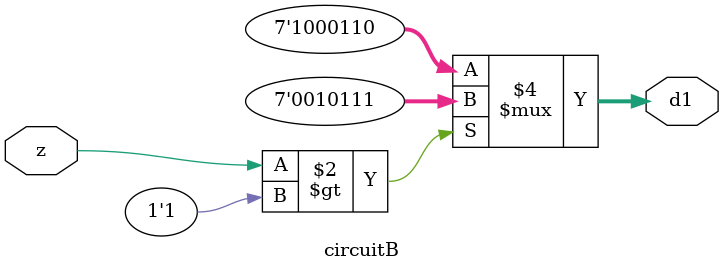
<source format=v>
module circuitB (z, d1);
    input z;
	output reg[6:0] d1; 
	
	always @(z)
	begin
	  if (z > 1'b1001)
		d1 = 1001111;
	  else
		d1 = 1111110;
	end
endmodule
</source>
